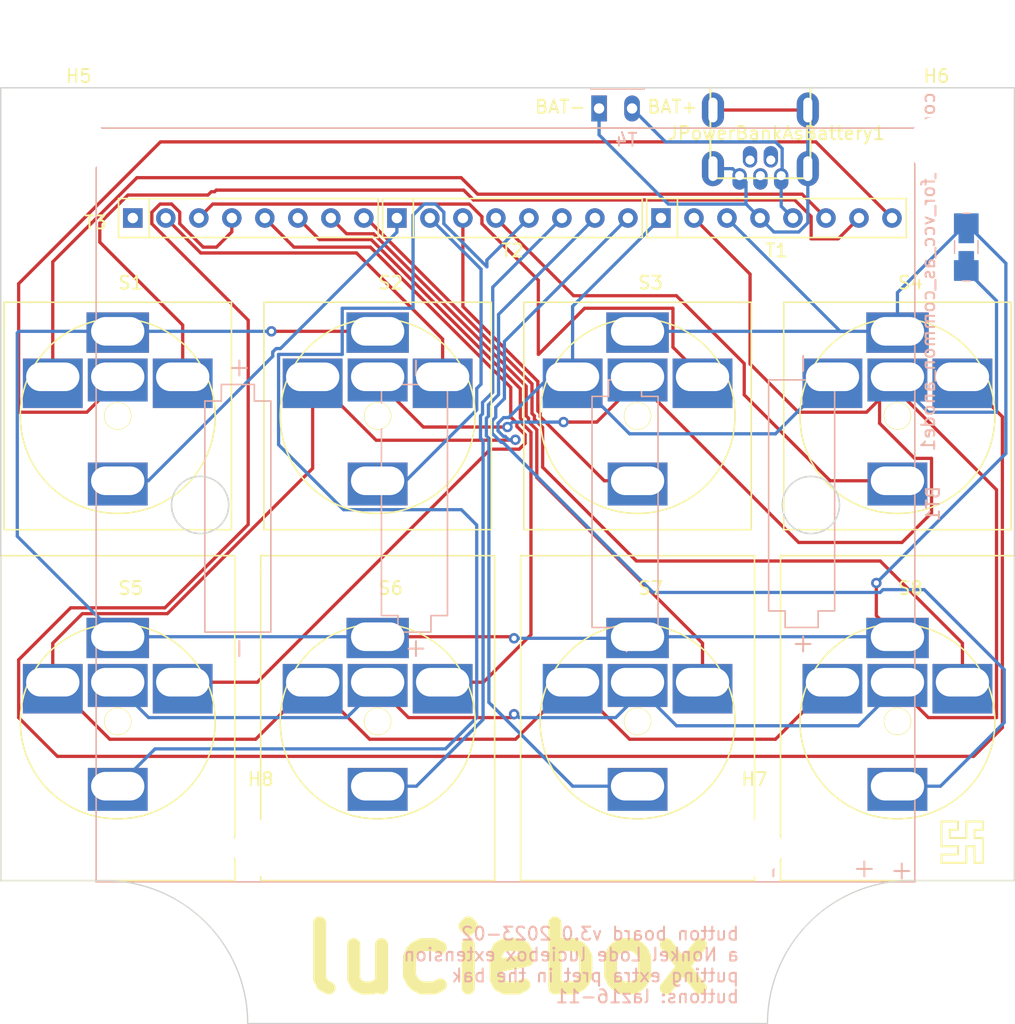
<source format=kicad_pcb>
(kicad_pcb (version 20211014) (generator pcbnew)
  (layers (0 "F.Cu" signal) (31 "B.Cu" signal) (34 "B.Paste" user) (35 "F.Paste" user) (36 "B.SilkS" user "B.Silkscreen") (37 "F.SilkS" user "F.Silkscreen") (38 "B.Mask" user) (39 "F.Mask" user) (44 "Edge.Cuts" user))
  (net 0 "")
  (net 1 "VCC")
  (net 2 "/common Anode")
  (net 3 "Net-(S1-Pad3)")
  (net 4 "Net-(S2-Pad3)")
  (net 5 "Net-(S3-Pad3)")
  (net 6 "Net-(S4-Pad3)")
  (net 7 "Net-(BT1-Pad1)")
  (net 8 "Net-(S5-Pad3)")
  (net 9 "Net-(S5-Pad5)")
  (net 10 "Net-(S6-Pad3)")
  (net 11 "Net-(S1-Pad2)")
  (net 12 "Net-(S7-Pad3)")
  (net 13 "Net-(S4-Pad5)")
  (net 14 "Net-(S8-Pad3)")
  (net 15 "Net-(S8-Pad5)")
  (net 16 "Net-(S6-Pad5)")
  (net 17 "Net-(S7-Pad5)")
  (net 18 "Net-(BT1-Pad2)")
  (net 19 "Net-(S1-Pad5)")
  (net 20 "Net-(S2-Pad5)")
  (net 21 "Net-(S3-Pad5)")
  (net 22 "GND")
  (net 24 "Net-(S1-Pad1)")
  (footprint "Luciebox_components:button_LAZ16-11_big_holes" (layer "F.Cu") (at 69 74.5)
    (fp_text reference "S8" (at 1 -8) (layer "F.SilkS"))
    (fp_text value "button_laz16-11")
    (pad "" np_thru_hole circle (at 0 2.25) (size 2 2) (drill 2) (layers *.Cu *.Mask))
    (pad "1" thru_hole rect (at 0 -0.762) (size 4.6 3.3) (drill oval 4.1 2.2 (offset 0 0.25)) (layers *.Cu *.Mask) (net 1 "VCC"))
    (pad "2" thru_hole rect (at -5 -0.762) (size 4.6 3.8) (drill oval 4.1 2.2 (offset 0 0.5)) (layers *.Cu *.Mask) (net 22 "GND"))
    (pad "3" thru_hole rect (at 5 -0.762) (size 4.6 3.8) (drill oval 4.1 2.2 (offset 0 0.5)) (layers *.Cu *.Mask) (net 14 "Net-(S8-Pad3)"))
    (pad "4" thru_hole rect (at 0 -4.262) (size 4.8 3.1) (drill oval 4.1 2.2 (offset 0 0.1)) (layers *.Cu *.Mask) (net 2 "/common Anode"))
    (pad "5" thru_hole rect (at 0 7.238) (size 4.6 3.3) (drill oval 4.1 2.2 (offset 0 0.25)) (layers *.Cu *.Mask) (net 15 "Net-(S8-Pad5)"))
  )
  (footprint "Luciebox_components:MountingHole_4.3mm_M4" (layer "F.Cu") (at 72 32.4)
    (fp_text reference "H6" (at 0 -5.3) (layer "F.SilkS"))
    (fp_text value "MountingHole")
    (pad "" np_thru_hole circle locked (at 0 0) (size 4.3 4.3) (drill 4.3) (layers *.Cu *.Mask) (clearance 2))
  )
  (footprint "Luciebox_components:button_square_17.5x17.5mm_big_holes" (layer "F.Cu") (at 9 51)
    (fp_text reference "S1" (at 1 -8) (layer "F.SilkS"))
    (fp_text value "button_laz16-11")
    (pad "" np_thru_hole circle (at 0 2.25) (size 2 2) (drill 2) (layers *.Cu *.Mask))
    (pad "1" thru_hole rect (at 0 -0.762) (size 4.6 3.3) (drill oval 4.1 2.2 (offset 0 0.25)) (layers *.Cu *.Mask) (net 24 "Net-(S1-Pad1)"))
    (pad "2" thru_hole rect (at -5 -0.762) (size 4.6 3.8) (drill oval 4.1 2.2 (offset 0 0.5)) (layers *.Cu *.Mask) (net 11 "Net-(S1-Pad2)"))
    (pad "3" thru_hole rect (at 5 -0.762) (size 4.6 3.8) (drill oval 4.1 2.2 (offset 0 0.5)) (layers *.Cu *.Mask) (net 3 "Net-(S1-Pad3)"))
    (pad "4" thru_hole rect (at 0 -4.262) (size 4.8 3.1) (drill oval 4.1 2.2 (offset 0 0.1)) (layers *.Cu *.Mask) (net 2 "/common Anode"))
    (pad "5" thru_hole rect (at 0 7.238) (size 4.6 3.3) (drill oval 4.1 2.2 (offset 0 0.25)) (layers *.Cu *.Mask) (net 19 "Net-(S1-Pad5)"))
  )
  (footprint "Luciebox_components:MountingHole_4.3mm_M4" (layer "F.Cu") (at 6 32.4)
    (fp_text reference "H5" (at 0 -5.3) (layer "F.SilkS"))
    (fp_text value "MountingHole")
    (pad "" np_thru_hole circle locked (at 0 0) (size 4.3 4.3) (drill 4.3) (layers *.Cu *.Mask) (clearance 2))
  )
  (footprint "Luciebox_components:button_square_17.5x17.5mm_big_holes" (layer "F.Cu") (at 69 51)
    (fp_text reference "S4" (at 1 -8) (layer "F.SilkS"))
    (fp_text value "button_laz16-11")
    (pad "" np_thru_hole circle (at 0 2.25) (size 2 2) (drill 2) (layers *.Cu *.Mask))
    (pad "1" thru_hole rect (at 0 -0.762) (size 4.6 3.3) (drill oval 4.1 2.2 (offset 0 0.25)) (layers *.Cu *.Mask) (net 1 "VCC"))
    (pad "2" thru_hole rect (at -5 -0.762) (size 4.6 3.8) (drill oval 4.1 2.2 (offset 0 0.5)) (layers *.Cu *.Mask) (net 22 "GND"))
    (pad "3" thru_hole rect (at 5 -0.762) (size 4.6 3.8) (drill oval 4.1 2.2 (offset 0 0.5)) (layers *.Cu *.Mask) (net 6 "Net-(S4-Pad3)"))
    (pad "4" thru_hole rect (at 0 -4.262) (size 4.8 3.1) (drill oval 4.1 2.2 (offset 0 0.1)) (layers *.Cu *.Mask) (net 2 "/common Anode"))
    (pad "5" thru_hole rect (at 0 7.238) (size 4.6 3.3) (drill oval 4.1 2.2 (offset 0 0.25)) (layers *.Cu *.Mask) (net 13 "Net-(S4-Pad5)"))
  )
  (footprint "Luciebox_components:usb_mini_Molex-0548190519" (layer "F.Cu") (at 58.453 27.961 -90)
    (fp_text reference "JPowerBankAsBattery1")
    (fp_text value "USB_B_Mini")
    (fp_text user "${REFERENCE}" (at 3.535 -1.237) (layer "F.SilkS"))
    (pad "1" thru_hole oval locked (at 6.8 1.6 270) (size 1.65 1.1) (drill oval 0.7 (offset 0.25 0)) (layers *.Cu "B.Mask") (net 18 "Net-(BT1-Pad2)"))
    (pad "2" thru_hole oval locked (at 5.6 0.8 90) (size 1.65 1.1) (drill oval 0.7 (offset 0.25 0)) (layers *.Cu "B.Mask"))
    (pad "3" thru_hole oval locked (at 6.8 0 270) (size 1.65 1.1) (drill oval 0.7 (offset 0.25 0)) (layers *.Cu "B.Mask"))
    (pad "4" thru_hole oval locked (at 5.6 -0.8 90) (size 1.65 1.1) (drill oval 0.7 (offset 0.25 0)) (layers *.Cu "B.Mask"))
    (pad "5" thru_hole oval locked (at 6.8 -1.6 270) (size 1.65 1.1) (drill oval 0.7 (offset 0.25 0)) (layers *.Cu "B.Mask") (net 7 "Net-(BT1-Pad1)"))
    (pad "6" thru_hole oval locked (at 6.26072 -3.65 270) (size 2.7 1.7) (drill oval 1.9 0.7) (layers *.Cu *.Mask) (net 18 "Net-(BT1-Pad2)"))
    (pad "6" thru_hole oval locked (at 1.75 3.65 270) (size 2.7 1.7) (drill oval 1.9 0.7) (layers *.Cu *.Mask) (net 18 "Net-(BT1-Pad2)"))
    (pad "6" thru_hole oval locked (at 6.26072 3.65 270) (size 2.7 1.7) (drill oval 1.9 0.7) (layers *.Cu *.Mask) (net 18 "Net-(BT1-Pad2)"))
    (pad "6" thru_hole oval locked (at 1.75 -3.65 270) (size 2.7 1.7) (drill oval 1.9 0.7) (layers *.Cu *.Mask) (net 18 "Net-(BT1-Pad2)"))
  )
  (footprint "Luciebox_components:MountingHole_4.3mm_M4" (layer "F.Cu") (at 20 86.5)
    (fp_text reference "H8" (at 0 -5.3) (layer "F.SilkS"))
    (fp_text value "MountingHole")
    (pad "" np_thru_hole circle locked (at 0 0) (size 4.3 4.3) (drill 4.3) (layers *.Cu *.Mask) (clearance 2))
  )
  (footprint "Luciebox_components:button_LAZ16-11_big_holes" (layer "F.Cu") (at 49 74.5)
    (fp_text reference "S7" (at 1 -8) (layer "F.SilkS"))
    (fp_text value "button_laz16-11")
    (pad "" np_thru_hole circle (at 0 2.25) (size 2 2) (drill 2) (layers *.Cu *.Mask))
    (pad "1" thru_hole rect (at 0 -0.762) (size 4.6 3.3) (drill oval 4.1 2.2 (offset 0 0.25)) (layers *.Cu *.Mask) (net 1 "VCC"))
    (pad "2" thru_hole rect (at -5 -0.762) (size 4.6 3.8) (drill oval 4.1 2.2 (offset 0 0.5)) (layers *.Cu *.Mask) (net 22 "GND"))
    (pad "3" thru_hole rect (at 5 -0.762) (size 4.6 3.8) (drill oval 4.1 2.2 (offset 0 0.5)) (layers *.Cu *.Mask) (net 12 "Net-(S7-Pad3)"))
    (pad "4" thru_hole rect (at 0 -4.262) (size 4.8 3.1) (drill oval 4.1 2.2 (offset 0 0.1)) (layers *.Cu *.Mask) (net 2 "/common Anode"))
    (pad "5" thru_hole rect (at 0 7.238) (size 4.6 3.3) (drill oval 4.1 2.2 (offset 0 0.25)) (layers *.Cu *.Mask) (net 17 "Net-(S7-Pad5)"))
  )
  (footprint "Luciebox_components:Terminal_8x1_100mil" (layer "F.Cu") (at 39.37 38.02)
    (fp_text reference "T2" (at 0 2.5) (layer "F.SilkS"))
    (fp_text value "terminal_8x1")
    (pad "1" thru_hole rect locked (at -8.89 0) (size 1.5 1.5) (drill 0.8) (layers *.Cu *.Mask) (net 19 "Net-(S1-Pad5)"))
    (pad "2" thru_hole circle locked (at -6.35 0) (size 1.5 1.5) (drill 0.8) (layers *.Cu *.Mask) (net 20 "Net-(S2-Pad5)"))
    (pad "3" thru_hole circle locked (at -3.81 0) (size 1.5 1.5) (drill 0.8) (layers *.Cu *.Mask) (net 21 "Net-(S3-Pad5)"))
    (pad "4" thru_hole circle locked (at -1.27 0) (size 1.5 1.5) (drill 0.8) (layers *.Cu *.Mask) (net 13 "Net-(S4-Pad5)"))
    (pad "5" thru_hole circle locked (at 1.27 0) (size 1.5 1.5) (drill 0.8) (layers *.Cu *.Mask) (net 9 "Net-(S5-Pad5)"))
    (pad "6" thru_hole circle locked (at 3.81 0) (size 1.5 1.5) (drill 0.8) (layers *.Cu *.Mask) (net 16 "Net-(S6-Pad5)"))
    (pad "7" thru_hole circle locked (at 6.35 0) (size 1.5 1.5) (drill 0.8) (layers *.Cu *.Mask) (net 17 "Net-(S7-Pad5)"))
    (pad "8" thru_hole circle locked (at 8.89 0) (size 1.5 1.5) (drill 0.8) (layers *.Cu *.Mask) (net 15 "Net-(S8-Pad5)"))
  )
  (footprint "Luciebox_components:Terminal_8x1_100mil" (layer "F.Cu") (at 59.69 38.02)
    (fp_text reference "T1" (at 0 2.5) (layer "F.SilkS"))
    (fp_text value "terminal_8x1")
    (pad "1" thru_hole rect locked (at -8.89 0) (size 1.5 1.5) (drill 0.8) (layers *.Cu *.Mask) (net 22 "GND"))
    (pad "2" thru_hole circle locked (at -6.35 0) (size 1.5 1.5) (drill 0.8) (layers *.Cu *.Mask) (net 1 "VCC"))
    (pad "3" thru_hole circle locked (at -3.81 0) (size 1.5 1.5) (drill 0.8) (layers *.Cu *.Mask) (net 2 "/common Anode"))
    (pad "4" thru_hole circle locked (at -1.27 0) (size 1.5 1.5) (drill 0.8) (layers *.Cu *.Mask) (net 18 "Net-(BT1-Pad2)"))
    (pad "5" thru_hole circle locked (at 1.27 0) (size 1.5 1.5) (drill 0.8) (layers *.Cu *.Mask) (net 7 "Net-(BT1-Pad1)"))
    (pad "6" thru_hole circle locked (at 3.81 0) (size 1.5 1.5) (drill 0.8) (layers *.Cu *.Mask) (net 11 "Net-(S1-Pad2)"))
    (pad "7" thru_hole circle locked (at 6.35 0) (size 1.5 1.5) (drill 0.8) (layers *.Cu *.Mask) (net 3 "Net-(S1-Pad3)"))
    (pad "8" thru_hole circle locked (at 8.89 0) (size 1.5 1.5) (drill 0.8) (layers *.Cu *.Mask) (net 24 "Net-(S1-Pad1)"))
  )
  (footprint "Luciebox_components:button_LAZ16-11_big_holes" (layer "F.Cu") (at 9 74.5)
    (fp_text reference "S5" (at 1 -8) (layer "F.SilkS"))
    (fp_text value "button_laz16-11")
    (pad "" np_thru_hole circle (at 0 2.25) (size 2 2) (drill 2) (layers *.Cu *.Mask))
    (pad "1" thru_hole rect (at 0 -0.762) (size 4.6 3.3) (drill oval 4.1 2.2 (offset 0 0.25)) (layers *.Cu *.Mask) (net 1 "VCC"))
    (pad "2" thru_hole rect (at -5 -0.762) (size 4.6 3.8) (drill oval 4.1 2.2 (offset 0 0.5)) (layers *.Cu *.Mask) (net 22 "GND"))
    (pad "3" thru_hole rect (at 5 -0.762) (size 4.6 3.8) (drill oval 4.1 2.2 (offset 0 0.5)) (layers *.Cu *.Mask) (net 8 "Net-(S5-Pad3)"))
    (pad "4" thru_hole rect (at 0 -4.262) (size 4.8 3.1) (drill oval 4.1 2.2 (offset 0 0.1)) (layers *.Cu *.Mask) (net 2 "/common Anode"))
    (pad "5" thru_hole rect (at 0 7.238) (size 4.6 3.3) (drill oval 4.1 2.2 (offset 0 0.25)) (layers *.Cu *.Mask) (net 9 "Net-(S5-Pad5)"))
  )
  (footprint "Luciebox_components:button_square_17.5x17.5mm_big_holes" (layer "F.Cu") (at 29 51)
    (fp_text reference "S2" (at 1 -8) (layer "F.SilkS"))
    (fp_text value "button_laz16-11")
    (pad "" np_thru_hole circle (at 0 2.25) (size 2 2) (drill 2) (layers *.Cu *.Mask))
    (pad "1" thru_hole rect (at 0 -0.762) (size 4.6 3.3) (drill oval 4.1 2.2 (offset 0 0.25)) (layers *.Cu *.Mask) (net 1 "VCC"))
    (pad "2" thru_hole rect (at -5 -0.762) (size 4.6 3.8) (drill oval 4.1 2.2 (offset 0 0.5)) (layers *.Cu *.Mask) (net 22 "GND"))
    (pad "3" thru_hole rect (at 5 -0.762) (size 4.6 3.8) (drill oval 4.1 2.2 (offset 0 0.5)) (layers *.Cu *.Mask) (net 4 "Net-(S2-Pad3)"))
    (pad "4" thru_hole rect (at 0 -4.262) (size 4.8 3.1) (drill oval 4.1 2.2 (offset 0 0.1)) (layers *.Cu *.Mask) (net 2 "/common Anode"))
    (pad "5" thru_hole rect (at 0 7.238) (size 4.6 3.3) (drill oval 4.1 2.2 (offset 0 0.25)) (layers *.Cu *.Mask) (net 20 "Net-(S2-Pad5)"))
  )
  (footprint "Luciebox_components:button_LAZ16-11_big_holes" (layer "F.Cu") (at 29 74.5)
    (fp_text reference "S6" (at 1 -8) (layer "F.SilkS"))
    (fp_text value "button_laz16-11")
    (pad "" np_thru_hole circle (at 0 2.25) (size 2 2) (drill 2) (layers *.Cu *.Mask))
    (pad "1" thru_hole rect (at 0 -0.762) (size 4.6 3.3) (drill oval 4.1 2.2 (offset 0 0.25)) (layers *.Cu *.Mask) (net 1 "VCC"))
    (pad "2" thru_hole rect (at -5 -0.762) (size 4.6 3.8) (drill oval 4.1 2.2 (offset 0 0.5)) (layers *.Cu *.Mask) (net 22 "GND"))
    (pad "3" thru_hole rect (at 5 -0.762) (size 4.6 3.8) (drill oval 4.1 2.2 (offset 0 0.5)) (layers *.Cu *.Mask) (net 10 "Net-(S6-Pad3)"))
    (pad "4" thru_hole rect (at 0 -4.262) (size 4.8 3.1) (drill oval 4.1 2.2 (offset 0 0.1)) (layers *.Cu *.Mask) (net 2 "/common Anode"))
    (pad "5" thru_hole rect (at 0 7.238) (size 4.6 3.3) (drill oval 4.1 2.2 (offset 0 0.25)) (layers *.Cu *.Mask) (net 16 "Net-(S6-Pad5)"))
  )
  (footprint "Luciebox_components:Terminal_8x1_100mil" (layer "F.Cu") (at 19.05 38.02)
    (fp_text reference "T3" (at -11.7477 0.345) (layer "F.SilkS"))
    (fp_text value "terminal_8x1")
    (pad "1" thru_hole rect locked (at -8.89 0) (size 1.5 1.5) (drill 0.8) (layers *.Cu *.Mask))
    (pad "2" thru_hole circle locked (at -6.35 0) (size 1.5 1.5) (drill 0.8) (layers *.Cu *.Mask) (net 4 "Net-(S2-Pad3)"))
    (pad "3" thru_hole circle locked (at -3.81 0) (size 1.5 1.5) (drill 0.8) (layers *.Cu *.Mask) (net 5 "Net-(S3-Pad3)"))
    (pad "4" thru_hole circle locked (at -1.27 0) (size 1.5 1.5) (drill 0.8) (layers *.Cu *.Mask) (net 6 "Net-(S4-Pad3)"))
    (pad "5" thru_hole circle locked (at 1.27 0) (size 1.5 1.5) (drill 0.8) (layers *.Cu *.Mask) (net 8 "Net-(S5-Pad3)"))
    (pad "6" thru_hole circle locked (at 3.81 0) (size 1.5 1.5) (drill 0.8) (layers *.Cu *.Mask) (net 10 "Net-(S6-Pad3)"))
    (pad "7" thru_hole circle locked (at 6.35 0) (size 1.5 1.5) (drill 0.8) (layers *.Cu *.Mask) (net 12 "Net-(S7-Pad3)"))
    (pad "8" thru_hole circle locked (at 8.89 0) (size 1.5 1.5) (drill 0.8) (layers *.Cu *.Mask) (net 14 "Net-(S8-Pad3)"))
  )
  (footprint "Luciebox_components:button_square_17.5x17.5mm_big_holes" (layer "F.Cu") (at 49 51)
    (fp_text reference "S3" (at 1 -8) (layer "F.SilkS"))
    (fp_text value "button_laz16-11")
    (pad "" np_thru_hole circle (at 0 2.25) (size 2 2) (drill 2) (layers *.Cu *.Mask))
    (pad "1" thru_hole rect (at 0 -0.762) (size 4.6 3.3) (drill oval 4.1 2.2 (offset 0 0.25)) (layers *.Cu *.Mask) (net 1 "VCC"))
    (pad "2" thru_hole rect (at -5 -0.762) (size 4.6 3.8) (drill oval 4.1 2.2 (offset 0 0.5)) (layers *.Cu *.Mask) (net 22 "GND"))
    (pad "3" thru_hole rect (at 5 -0.762) (size 4.6 3.8) (drill oval 4.1 2.2 (offset 0 0.5)) (layers *.Cu *.Mask) (net 5 "Net-(S3-Pad3)"))
    (pad "4" thru_hole rect (at 0 -4.262) (size 4.8 3.1) (drill oval 4.1 2.2 (offset 0 0.1)) (layers *.Cu *.Mask) (net 2 "/common Anode"))
    (pad "5" thru_hole rect (at 0 7.238) (size 4.6 3.3) (drill oval 4.1 2.2 (offset 0 0.25)) (layers *.Cu *.Mask) (net 21 "Net-(S3-Pad5)"))
  )
  (footprint "Luciebox_components:MountingHole_4.3mm_M4" (layer "F.Cu") (at 58 86.5)
    (fp_text reference "H7" (at 0 -5.3) (layer "F.SilkS"))
    (fp_text value "MountingHole")
    (pad "" np_thru_hole circle locked (at 0 0) (size 4.3 4.3) (drill 4.3) (layers *.Cu *.Mask) (clearance 2))
  )
  (footprint "Luciebox_components:BatteryHolder_4xAA" (layer "B.Cu") (at 70.3375 89.1 90)
    (fp_text reference "BT1" (at 29.1 1.4 90) (layer "B.SilkS") (effects (justify mirror)))
    (fp_text value "4xAA_Battery_holder")
    (fp_text user "+" (at 18.305 -8.71 90) (layer "B.SilkS") (effects (font (size 1.5 1.5)) (justify mirror)))
    (fp_text user "+" (at 17.95 -38.505 90) (layer "B.SilkS") (effects (font (size 1.5 1.5)) (justify mirror)))
    (fp_text user "-" (at 39.54 -38.505 90) (layer "B.SilkS") (effects (font (size 1.5 1.5)) (justify mirror)))
    (fp_text user "+" (at 39.54 -52.095 90) (layer "B.SilkS") (effects (font (size 1.5 1.5)) (justify mirror)))
    (fp_text user "+" (at 0.835 -1.1225 90) (layer "B.SilkS") (effects (font (size 1.5 1.5)) (justify mirror)))
    (fp_text user "+" (at 1 -4 90) (layer "B.SilkS") (effects (font (size 1.5 1.5)) (justify mirror)))
    (fp_text user "-" (at 18.305 -22.3 90) (layer "B.SilkS") (effects (font (size 1.5 1.5)) (justify mirror)))
    (fp_text user "-" (at 1 -11 90) (layer "B.SilkS") (effects (font (size 1.5 1.5)) (justify mirror)))
    (fp_text user "-" (at 17.95 -52.095 90) (layer "B.SilkS") (effects (font (size 1.5 1.5)) (justify mirror)))
    (fp_text user "-" (at 39.895 -8.71 90) (layer "B.SilkS") (effects (font (size 1.5 1.5)) (justify mirror)))
    (fp_circle (center 29 -55) (end 31.2 -55) (layer "Edge.Cuts") (width 0.12) (fill none))
    (fp_circle (center 29 -8) (end 31.2 -8) (layer "Edge.Cuts") (width 0.12) (fill none))
  )
  (footprint "Luciebox_components:1206_0805" (layer "B.Cu") (at 74.295 40.259 90)
    (fp_text reference "connect_for_vcc_as_common_anode1" (at -1.905 -2.921 90) (layer "B.SilkS") (effects (justify mirror)))
    (fp_text value "R_Small")
    (pad "1" smd custom locked (at -1.8 0 90) (size 1.5 1.8) (layers "B.Cu" "B.Paste" "B.Mask") (net 1 "VCC") (options (clearance outline) (anchor rect)) (primitives (gr_poly (pts (xy 0.75 -0.55) (xy 1.45 -0.55) (xy 1.45 0.55) (xy 0.75 0.55) (xy 0.75 0.9) (xy -0.75 0.9) (xy -0.75 -0.9) (xy 0.75 -0.9)) (width 0.1) (fill yes))))
    (pad "2" smd custom locked (at 1.8 0 90) (size 1.5 1.8) (layers "B.Cu" "B.Paste" "B.Mask") (net 2 "/common Anode") (options (clearance outline) (anchor rect)) (primitives (gr_poly (pts (xy 0.75 0.9) (xy -0.75 0.9) (xy -0.75 0.55) (xy -1.45 0.55) (xy -1.45 -0.55) (xy -0.75 -0.55) (xy -0.75 -0.9) (xy 0.75 -0.9)) (width 0.1) (fill yes))))
  )
  (footprint "Luciebox_components:Terminal_2x1_100mil" (layer "B.Cu") (at 48.5786 29.591)
    (fp_text reference "T4" (at -0.4456 2.413) (layer "B.SilkS") (effects (justify mirror)))
    (fp_text value "terminal_2x1")
    (pad "1" thru_hole rect (at -2.54 0) (size 1.2 2) (drill 0.8) (layers *.Cu *.Mask) (net 18 "Net-(BT1-Pad2)"))
    (pad "2" thru_hole oval (at 0 0) (size 1.2 2) (drill 0.8) (layers *.Cu *.Mask) (net 7 "Net-(BT1-Pad1)"))
  )
  (gr_line (start 72.39 86.36) (end 72.39 84.455) (layer "F.SilkS") (width 0.15))
  (gr_line (start 74.93 87.63) (end 74.93 86.36) (layer "F.SilkS") (width 0.15))
  (gr_line (start 75.565 85.09) (end 74.93 85.09) (layer "F.SilkS") (width 0.15))
  (gr_line (start 75.565 87.63) (end 74.93 87.63) (layer "F.SilkS") (width 0.15))
  (gr_line (start 74.93 86.36) (end 74.295 86.36) (layer "F.SilkS") (width 0.15))
  (gr_line (start 74.93 85.725) (end 75.565 85.725) (layer "F.SilkS") (width 0.15))
  (gr_line (start 72.39 87.63) (end 72.39 86.995) (layer "F.SilkS") (width 0.15))
  (gr_line (start 73.025 85.725) (end 74.295 85.725) (layer "F.SilkS") (width 0.15))
  (gr_line (start 72.39 86.995) (end 73.66 86.995) (layer "F.SilkS") (width 0.15))
  (gr_line (start 72.39 84.455) (end 73.66 84.455) (layer "F.SilkS") (width 0.15))
  (gr_line (start 74.295 84.455) (end 75.565 84.455) (layer "F.SilkS") (width 0.15))
  (gr_line (start 74.295 86.36) (end 74.295 87.63) (layer "F.SilkS") (width 0.15))
  (gr_line (start 73.66 84.455) (end 73.66 85.09) (layer "F.SilkS") (width 0.15))
  (gr_line (start 75.565 84.455) (end 75.565 85.09) (layer "F.SilkS") (width 0.15))
  (gr_line (start 74.295 85.725) (end 74.295 84.455) (layer "F.SilkS") (width 0.15))
  (gr_line (start 73.66 86.36) (end 72.39 86.36) (layer "F.SilkS") (width 0.15))
  (gr_line (start 73.025 85.09) (end 73.025 85.725) (layer "F.SilkS") (width 0.15))
  (gr_line (start 75.565 85.725) (end 75.565 87.63) (layer "F.SilkS") (width 0.15))
  (gr_line (start 74.295 87.63) (end 72.39 87.63) (layer "F.SilkS") (width 0.15))
  (gr_line (start 73.66 85.09) (end 73.025 85.09) (layer "F.SilkS") (width 0.15))
  (gr_line (start 73.66 86.995) (end 73.66 86.36) (layer "F.SilkS") (width 0.15))
  (gr_line (start 74.93 85.09) (end 74.93 85.725) (layer "F.SilkS") (width 0.15))
  (gr_line (start 78 28) (end 78 89) (layer "Edge.Cuts") (width 0.1))
  (gr_arc (start 8 89) (mid 15.778175 92.221825) (end 19 100) (layer "Edge.Cuts") (width 0.1))
  (gr_arc (start 59.000001 100) (mid 62.221826 92.221825) (end 70.000001 89) (layer "Edge.Cuts") (width 0.1))
  (gr_line (start 0 89) (end 0 28) (layer "Edge.Cuts") (width 0.1))
  (gr_line (start 78 89) (end 70 89) (layer "Edge.Cuts") (width 0.1))
  (gr_line (start 19 100) (end 59 100) (layer "Edge.Cuts") (width 0.1))
  (gr_line (start 8 89) (end 0 89) (layer "Edge.Cuts") (width 0.1))
  (gr_line (start 0 28) (end 78 28) (layer "Edge.Cuts") (width 0.1))
  (gr_text "button board v3.0 2023-02\na Nonkel Lode luciebox extension\nputting extra pret in the bak\nbuttons: laz16-11" (at 56.896 95.504) (layer "B.SilkS") (effects (font (size 1 1)) (justify left mirror)))
  (gr_text "BAT+" (at 51.689 29.464) (layer "F.SilkS") (effects (font (size 1 1))))
  (gr_text "BAT-" (at 43.053 29.464) (layer "F.SilkS") (effects (font (size 1 1))))
  (gr_text "box" (at 48 95) (layer "F.SilkS") (effects (font (size 5 5) (thickness 1))))
  (gr_text "lucie" (at 32.4 95) (layer "F.SilkS") (effects (font (size 5 5) (thickness 1))))
  (segment (start 71.624511 60.709489) (end 69.35086 62.98314) (width 0.25) (layer "F.Cu") (net 1))
  (segment (start 67.625479 51.612521) (end 67.625479 53.819346) (width 0.25) (layer "F.Cu") (net 1))
  (segment (start 61.396118 62.98314) (end 49 50.587022) (width 0.25) (layer "F.Cu") (net 1))
  (segment (start 29 74.087022) (end 29 73.738) (width 0.25) (layer "F.Cu") (net 1))
  (segment (start 69 50.238) (end 69 50.587022) (width 0.25) (layer "F.Cu") (net 1))
  (segment (start 39.497 76.2) (end 39.234489 76.462511) (width 0.25) (layer "F.Cu") (net 1))
  (segment (start 31.375489 76.462511) (end 29 74.087022) (width 0.25) (layer "F.Cu") (net 1))
  (segment (start 69 50.587022) (end 66.624511 52.962511) (width 0.25) (layer "F.Cu") (net 1))
  (segment (start 29 50.587022) (end 29 50.238) (width 0.25) (layer "F.Cu") (net 1))
  (segment (start 76.624511 76.462511) (end 76.624511 58.930644) (width 0.25) (layer "F.Cu") (net 1))
  (segment (start 32.514978 54.102) (end 29 50.587022) (width 0.25) (layer "F.Cu") (net 1))
  (segment (start 47.625479 51.961543) (end 45.866022 53.721) (width 0.25) (layer "F.Cu") (net 1))
  (segment (start 45.866022 53.721) (end 43.815 53.721) (width 0.25) (layer "F.Cu") (net 1))
  (segment (start 57.658 42.338) (end 53.34 38.02) (width 0.25) (layer "F.Cu") (net 1))
  (segment (start 47.625479 51.612521) (end 47.625479 51.961543) (width 0.25) (layer "F.Cu") (net 1))
  (segment (start 69 74.087022) (end 71.375489 76.462511) (width 0.25) (layer "F.Cu") (net 1))
  (segment (start 69 50.238) (end 67.625479 51.612521) (width 0.25) (layer "F.Cu") (net 1))
  (segment (start 49 50.587022) (end 49 50.238) (width 0.25) (layer "F.Cu") (net 1))
  (segment (start 67.625479 53.819346) (end 70.319622 56.513489) (width 0.25) (layer "F.Cu") (net 1))
  (segment (start 70.319622 56.513489) (end 71.624511 56.513489) (width 0.25) (layer "F.Cu") (net 1))
  (segment (start 71.375489 76.462511) (end 76.624511 76.462511) (width 0.25) (layer "F.Cu") (net 1))
  (segment (start 69.35086 62.98314) (end 61.396118 62.98314) (width 0.25) (layer "F.Cu") (net 1))
  (segment (start 66.624511 52.962511) (end 61.375489 52.962511) (width 0.25) (layer "F.Cu") (net 1))
  (segment (start 43.815 53.721) (end 43.307 53.721) (width 0.25) (layer "F.Cu") (net 1))
  (segment (start 38.989 54.102) (end 32.514978 54.102) (width 0.25) (layer "F.Cu") (net 1))
  (segment (start 71.624511 56.513489) (end 71.624511 60.709489) (width 0.25) (layer "F.Cu") (net 1))
  (segment (start 49 50.238) (end 47.625479 51.612521) (width 0.25) (layer "F.Cu") (net 1))
  (segment (start 76.624511 58.930644) (end 69 51.306133) (width 0.25) (layer "F.Cu") (net 1))
  (segment (start 61.375489 52.962511) (end 57.658 49.245022) (width 0.25) (layer "F.Cu") (net 1))
  (segment (start 57.658 49.245022) (end 57.658 42.338) (width 0.25) (layer "F.Cu") (net 1))
  (segment (start 69 51.306133) (end 69 50.238) (width 0.25) (layer "F.Cu") (net 1))
  (segment (start 69 73.738) (end 69 74.087022) (width 0.25) (layer "F.Cu") (net 1))
  (segment (start 39.234489 76.462511) (end 31.375489 76.462511) (width 0.25) (layer "F.Cu") (net 1))
  (via (at 38.989 54.102) (size 0.8) (drill 0.4) (layers "F.Cu" "B.Cu") (net 1))
  (via (at 43.307 53.721) (size 0.8) (drill 0.4) (layers "F.Cu" "B.Cu") (net 1))
  (via (at 39.497 76.2) (size 0.8) (drill 0.4) (layers "F.Cu" "B.Cu") (net 1))
  (segment (start 39.886511 76.462511) (end 39.624 76.2) (width 0.25) (layer "B.Cu") (net 1))
  (segment (start 69 74.087022) (end 69 73.738) (width 0.25) (layer "B.Cu") (net 1))
  (segment (start 74.295 42.059) (end 76.624511 44.388511) (width 0.25) (layer "B.Cu") (net 1))
  (segment (start 39.624 76.2) (end 39.497 76.2) (width 0.25) (layer "B.Cu") (net 1))
  (segment (start 52.001978 77.089) (end 65.998022 77.089) (width 0.25) (layer "B.Cu") (net 1))
  (segment (start 26.624511 76.462511) (end 29 74.087022) (width 0.25) (layer "B.Cu") (net 1))
  (segment (start 49 74.781) (end 47.318489 76.462511) (width 0.25) (layer "B.Cu") (net 1))
  (segment (start 65.998022 77.089) (end 69 74.087022) (width 0.25) (layer "B.Cu") (net 1))
  (segment (start 47.318489 76.462511) (end 39.886511 76.462511) (width 0.25) (layer "B.Cu") (net 1))
  (segment (start 76.624511 44.388511) (end 76.624511 52.962511) (width 0.25) (layer "B.Cu") (net 1))
  (segment (start 29 74.087022) (end 29 73.738) (width 0.25) (layer "B.Cu") (net 1))
  (segment (start 49 74.087022) (end 52.001978 77.089) (width 0.25) (layer "B.Cu") (net 1))
  (segment (start 43.307 53.721) (end 39.37 53.721) (width 0.25) (layer "B.Cu") (net 1))
  (segment (start 11.375489 76.462511) (end 26.624511 76.462511) (width 0.25) (layer "B.Cu") (net 1))
  (segment (start 69 50.587022) (end 69 50.238) (width 0.25) (layer "B.Cu") (net 1))
  (segment (start 49 73.738) (end 49 74.781) (width 0.25) (layer "B.Cu") (net 1))
  (segment (start 9 74.087022) (end 11.375489 76.462511) (width 0.25) (layer "B.Cu") (net 1))
  (segment (start 39.37 53.721) (end 38.989 54.102) (width 0.25) (layer "B.Cu") (net 1))
  (segment (start 9 73.738) (end 9 74.087022) (width 0.25) (layer "B.Cu") (net 1))
  (segment (start 71.375489 52.962511) (end 69 50.587022) (width 0.25) (layer "B.Cu") (net 1))
  (segment (start 49 73.738) (end 49 74.087022) (width 0.25) (layer "B.Cu") (net 1))
  (segment (start 76.624511 52.962511) (end 71.375489 52.962511) (width 0.25) (layer "B.Cu") (net 1))
  (segment (start 20.826 46.738) (end 29 46.738) (width 0.25) (layer "F.Cu") (net 2))
  (segment (start 39.25 70.238) (end 39.37 70.358) (width 0.25) (layer "F.Cu") (net 2))
  (segment (start 39.37 70.358) (end 39.497 70.358) (width 0.25) (layer "F.Cu") (net 2))
  (segment (start 29 70.238) (end 39.25 70.238) (width 0.25) (layer "F.Cu") (net 2))
  (segment (start 67.3735 68.6115) (end 69 70.238) (width 0.25) (layer "F.Cu") (net 2))
  (segment (start 67.3735 66.1035) (end 67.3735 68.6115) (width 0.25) (layer "F.Cu") (net 2))
  (via (at 39.497 70.358) (size 0.8) (drill 0.4) (layers "F.Cu" "B.Cu") (net 2))
  (via (at 67.3735 66.1035) (size 0.8) (drill 0.4) (layers "F.Cu" "B.Cu") (net 2))
  (via (at 20.826 46.738) (size 0.8) (drill 0.4) (layers "F.Cu" "B.Cu") (net 2))
  (segment (start 64.899 46.738) (end 49 46.738) (width 0.25) (layer "B.Cu") (net 2))
  (segment (start 9 70.238) (end 1.27 62.508) (width 0.25) (layer "B.Cu") (net 2))
  (segment (start 55.88 38.02) (end 64.598 46.738) (width 0.25) (layer "B.Cu") (net 2))
  (segment (start 69 70.238) (end 49 70.238) (width 0.25) (layer "B.Cu") (net 2))
  (segment (start 74.295 38.459) (end 77.343 41.507) (width 0.25) (layer "B.Cu") (net 2))
  (segment (start 67.31 66.167) (end 67.3735 66.1035) (width 0.25) (layer "B.Cu") (net 2))
  (segment (start 69 46.738) (end 69 43.754) (width 0.25) (layer "B.Cu") (net 2))
  (segment (start 69 43.754) (end 74.295 38.459) (width 0.25) (layer "B.Cu") (net 2))
  (segment (start 77.343 53.848) (end 77.343 56.134) (width 0.25) (layer "B.Cu") (net 2))
  (segment (start 77.343 56.134) (end 67.3735 66.1035) (width 0.25) (layer "B.Cu") (net 2))
  (segment (start 77.343 41.507) (end 77.343 53.848) (width 0.25) (layer "B.Cu") (net 2))
  (segment (start 64.598 46.738) (end 64.899 46.738) (width 0.25) (layer "B.Cu") (net 2))
  (segment (start 1.27 62.508) (end 1.27 46.863) (width 0.25) (layer "B.Cu") (net 2))
  (segment (start 1.27 46.863) (end 1.395 46.738) (width 0.25) (layer "B.Cu") (net 2))
  (segment (start 64.899 46.738) (end 69 46.738) (width 0.25) (layer "B.Cu") (net 2))
  (segment (start 39.497 70.358) (end 48.88 70.358) (width 0.25) (layer "B.Cu") (net 2))
  (segment (start 9 46.738) (end 20.826 46.738) (width 0.25) (layer "B.Cu") (net 2))
  (segment (start 20.828 46.736) (end 20.826 46.738) (width 0.25) (layer "B.Cu") (net 2))
  (segment (start 48.88 70.358) (end 49 70.238) (width 0.25) (layer "B.Cu") (net 2))
  (segment (start 1.395 46.738) (end 9 46.738) (width 0.25) (layer "B.Cu") (net 2))
  (segment (start 29 70.238) (end 9 70.238) (width 0.25) (layer "B.Cu") (net 2))
  (segment (start 36.381194 36.63449) (end 35.619193 35.872489) (width 0.25) (layer "F.Cu") (net 3))
  (segment (start 62.357 39.624) (end 62.357 37.897411) (width 0.25) (layer "F.Cu") (net 3))
  (segment (start 16.450807 35.999489) (end 16.196807 35.999489) (width 0.25) (layer "F.Cu") (net 3))
  (segment (start 16.196807 35.999489) (end 15.942807 36.253489) (width 0.25) (layer "F.Cu") (net 3))
  (segment (start 7.62 38.410978) (end 7.62 39.878) (width 0.25) (layer "F.Cu") (net 3))
  (segment (start 35.619193 35.872489) (end 16.577807 35.872489) (width 0.25) (layer "F.Cu") (net 3))
  (segment (start 16.577807 35.872489) (end 16.450807 35.999489) (width 0.25) (layer "F.Cu") (net 3))
  (segment (start 62.357 37.897411) (end 61.094079 36.63449) (width 0.25) (layer "F.Cu") (net 3))
  (segment (start 9.777489 36.253489) (end 7.62 38.410978) (width 0.25) (layer "F.Cu") (net 3))
  (segment (start 61.094079 36.63449) (end 36.381194 36.63449) (width 0.25) (layer "F.Cu") (net 3))
  (segment (start 14 46.258) (end 14 50.238) (width 0.25) (layer "F.Cu") (net 3))
  (segment (start 64.436 39.624) (end 62.357 39.624) (width 0.25) (layer "F.Cu") (net 3))
  (segment (start 7.62 39.878) (end 14 46.258) (width 0.25) (layer "F.Cu") (net 3))
  (segment (start 66.04 38.02) (end 64.436 39.624) (width 0.25) (layer "F.Cu") (net 3))
  (segment (start 15.942807 36.253489) (end 9.777489 36.253489) (width 0.25) (layer "F.Cu") (net 3))
  (segment (start 15.388511 40.708511) (end 12.7 38.02) (width 0.25) (layer "F.Cu") (net 4))
  (segment (start 34 50.238) (end 34 47.335704) (width 0.25) (layer "F.Cu") (net 4))
  (segment (start 27.372807 40.708511) (end 15.388511 40.708511) (width 0.25) (layer "F.Cu") (net 4))
  (segment (start 34 47.335704) (end 27.372807 40.708511) (width 0.25) (layer "F.Cu") (net 4))
  (segment (start 37.025489 38.465078) (end 37.025489 37.914489) (width 0.25) (layer "F.Cu") (net 5))
  (segment (start 41.363553 42.803142) (end 37.025489 38.465078) (width 0.25) (layer "F.Cu") (net 5))
  (segment (start 37.025489 37.914489) (end 36.056489 36.945489) (width 0.25) (layer "F.Cu") (net 5))
  (segment (start 44.925489 44.963489) (end 41.375489 48.513489) (width 0.25) (layer "F.Cu") (net 5))
  (segment (start 41.363553 48.501553) (end 41.363553 42.803142) (width 0.25) (layer "F.Cu") (net 5))
  (segment (start 51.724511 44.963489) (end 44.925489 44.963489) (width 0.25) (layer "F.Cu") (net 5))
  (segment (start 41.375489 48.513489) (end 41.363553 48.501553) (width 0.25) (layer "F.Cu") (net 5))
  (segment (start 51.724511 44.963489) (end 51.724511 47.962511) (width 0.25) (layer "F.Cu") (net 5))
  (segment (start 16.314511 36.945489) (end 15.24 38.02) (width 0.25) (layer "F.Cu") (net 5))
  (segment (start 51.724511 47.962511) (end 54 50.238) (width 0.25) (layer "F.Cu") (net 5))
  (segment (start 36.056489 36.945489) (end 16.314511 36.945489) (width 0.25) (layer "F.Cu") (net 5))
  (segment (start 17.78 39.08066) (end 17.78 38.02) (width 0.25) (layer "F.Cu") (net 6))
  (segment (start 16.601669 40.258991) (end 17.78 39.08066) (width 0.25) (layer "F.Cu") (net 6))
  (segment (start 19.039802 45.879391) (end 11.625489 38.465078) (width 0.25) (layer "F.Cu") (net 6))
  (segment (start 15.574709 40.258991) (end 16.601669 40.258991) (width 0.25) (layer "F.Cu") (net 6))
  (segment (start 74.862184 79.44352) (end 4.356498 79.44352) (width 0.25) (layer "F.Cu") (net 6))
  (segment (start 1.375489 76.462511) (end 1.375489 72.013489) (width 0.25) (layer "F.Cu") (net 6))
  (segment (start 77.074022 77.231682) (end 74.862184 79.44352) (width 0.25) (layer "F.Cu") (net 6))
  (segment (start 13.145078 36.945489) (end 13.774511 37.574922) (width 0.25) (layer "F.Cu") (net 6))
  (segment (start 13.774511 37.574922) (end 13.774511 38.458793) (width 0.25) (layer "F.Cu") (net 6))
  (segment (start 4.356498 79.44352) (end 1.375489 76.462511) (width 0.25) (layer "F.Cu") (net 6))
  (segment (start 74 50.238) (end 77.074022 53.312022) (width 0.25) (layer "F.Cu") (net 6))
  (segment (start 77.074022 53.312022) (end 77.074022 77.231682) (width 0.25) (layer "F.Cu") (net 6))
  (segment (start 19.039802 61.604494) (end 19.039802 45.879391) (width 0.25) (layer "F.Cu") (net 6))
  (segment (start 5.375 68.013978) (end 12.630318 68.013978) (width 0.25) (layer "F.Cu") (net 6))
  (segment (start 12.254922 36.945489) (end 13.145078 36.945489) (width 0.25) (layer "F.Cu") (net 6))
  (segment (start 11.625489 38.465078) (end 11.625489 37.574922) (width 0.25) (layer "F.Cu") (net 6))
  (segment (start 1.375489 72.013489) (end 5.375 68.013978) (width 0.25) (layer "F.Cu") (net 6))
  (segment (start 11.625489 37.574922) (end 12.254922 36.945489) (width 0.25) (layer "F.Cu") (net 6))
  (segment (start 13.774511 38.458793) (end 15.574709 40.258991) (width 0.25) (layer "F.Cu") (net 6))
  (segment (start 12.630318 68.013978) (end 19.039802 61.604494) (width 0.25) (layer "F.Cu") (net 6))
  (segment (start 60.053 37.113) (end 60.96 38.02) (width 0.25) (layer "B.Cu") (net 7))
  (segment (start 59.615238 32.16148) (end 60.12752 32.673762) (width 0.25) (layer "B.Cu") (net 7))
  (segment (start 60.12752 32.673762) (end 60.12752 34.68648) (width 0.25) (layer "B.Cu") (net 7))
  (segment (start 60.12752 34.68648) (end 60.053 34.761) (width 0.25) (layer "B.Cu") (net 7))
  (segment (start 48.5786 29.591) (end 51.14908 32.16148) (width 0.25) (layer "B.Cu") (net 7))
  (segment (start 51.14908 32.16148) (end 59.615238 32.16148) (width 0.25) (layer "B.Cu") (net 7))
  (segment (start 60.053 34.761) (end 60.053 37.113) (width 0.25) (layer "B.Cu") (net 7))
  (segment (start 19.7426 73.738) (end 37.67597 55.80463) (width 0.25) (layer "F.Cu") (net 8))
  (segment (start 28.448 40.259) (end 22.559 40.259) (width 0.25) (layer "F.Cu") (net 8))
  (segment (start 39.243 51.054) (end 28.448 40.259) (width 0.25) (layer "F.Cu") (net 8))
  (segment (start 39.289099 53.377499) (end 39.243 53.377499) (width 0.25) (layer "F.Cu") (net 8))
  (segment (start 39.713501 53.801901) (end 39.289099 53.377499) (width 0.25) (layer "F.Cu") (net 8))
  (segment (start 39.900895 55.80463) (end 40.348501 55.357024) (width 0.25) (layer "F.Cu") (net 8))
  (segment (start 22.559 40.259) (end 20.32 38.02) (width 0.25) (layer "F.Cu") (net 8))
  (segment (start 37.67597 55.80463) (end 39.900895 55.80463) (width 0.25) (layer "F.Cu") (net 8))
  (segment (start 39.713501 54.055901) (end 39.713501 53.801901) (width 0.25) (layer "F.Cu") (net 8))
  (segment (start 40.348501 55.357024) (end 40.348501 54.690901) (width 0.25) (layer "F.Cu") (net 8))
  (segment (start 40.348501 54.690901) (end 39.713501 54.055901) (width 0.25) (layer "F.Cu") (net 8))
  (segment (start 39.243 53.377499) (end 39.243 51.054) (width 0.25) (layer "F.Cu") (net 8))
  (segment (start 14 73.738) (end 19.7426 73.738) (width 0.25) (layer "F.Cu") (net 8))
  (segment (start 31.724511 44.963489) (end 26.275489 44.963489) (width 0.25) (layer "B.Cu") (net 9))
  (segment (start 40.64 38.02) (end 37.406511 41.253489) (width 0.25) (layer "B.Cu") (net 9))
  (segment (start 21.375489 48.513489) (end 21.375489 55.462511) (width 0.25) (layer "B.Cu") (net 9))
  (segment (start 37.406511 41.253489) (end 37.406511 41.770794) (width 0.25) (layer "B.Cu") (net 9))
  (segment (start 11.871 78.867) (end 9 81.738) (width 0.25) (layer "B.Cu") (net 9))
  (segment (start 26.275489 44.963489) (end 26.275489 48.513489) (width 0.25) (layer "B.Cu") (net 9))
  (segment (start 34.094511 38.458793) (end 34.094511 37.574922) (width 0.25) (layer "B.Cu") (net 9))
  (segment (start 21.375489 55.462511) (end 26.375489 60.462511) (width 0.25) (layer "B.Cu") (net 9))
  (segment (start 26.375489 60.462511) (end 35.442807 60.462511) (width 0.25) (layer "B.Cu") (net 9))
  (segment (start 36.624511 76.462511) (end 34.220022 78.867) (width 0.25) (layer "B.Cu") (net 9))
  (segment (start 31.724511 37.7959) (end 31.724511 44.963489) (width 0.25) (layer "B.Cu") (net 9))
  (segment (start 36.624511 61.644215) (end 36.624511 76.462511) (width 0.25) (layer "B.Cu") (net 9))
  (segment (start 32.574922 36.945489) (end 31.724511 37.7959) (width 0.25) (layer "B.Cu") (net 9))
  (segment (start 35.442807 60.462511) (end 36.624511 61.644215) (width 0.25) (layer "B.Cu") (net 9))
  (segment (start 34.220022 78.867) (end 11.871 78.867) (width 0.25) (layer "B.Cu") (net 9))
  (segment (start 26.275489 48.513489) (end 21.375489 48.513489) (width 0.25) (layer "B.Cu") (net 9))
  (segment (start 37.406511 41.770794) (end 34.094511 38.458793) (width 0.25) (layer "B.Cu") (net 9))
  (segment (start 33.465078 36.945489) (end 32.574922 36.945489) (width 0.25) (layer "B.Cu") (net 9))
  (segment (start 34.094511 37.574922) (end 33.465078 36.945489) (width 0.25) (layer "B.Cu") (net 9))
  (segment (start 39.978218 51.153514) (end 28.507193 39.682489) (width 0.25) (layer "F.Cu") (net 10))
  (segment (start 40.163011 53.615707) (end 39.978218 53.430914) (width 0.25) (layer "F.Cu") (net 10))
  (segment (start 39.978218 53.430914) (end 39.978218 51.153514) (width 0.25) (layer "F.Cu") (net 10))
  (segment (start 28.507193 39.682489) (end 24.522489 39.682489) (width 0.25) (layer "F.Cu") (net 10))
  (segment (start 40.163012 53.869708) (end 40.163011 53.615707) (width 0.25) (layer "F.Cu") (net 10))
  (segment (start 40.798011 54.504707) (end 40.163012 53.869708) (width 0.25) (layer "F.Cu") (net 10))
  (segment (start 24.522489 39.682489) (end 22.86 38.02) (width 0.25) (layer "F.Cu") (net 10))
  (segment (start 34 73.738) (end 37.1416 73.738) (width 0.25) (layer "F.Cu") (net 10))
  (segment (start 40.798011 70.081589) (end 40.798011 54.504707) (width 0.25) (layer "F.Cu") (net 10))
  (segment (start 37.1416 73.738) (end 40.798011 70.081589) (width 0.25) (layer "F.Cu") (net 10))
  (segment (start 4 41.395274) (end 10.480295 34.914979) (width 0.25) (layer "F.Cu") (net 11))
  (segment (start 61.66498 36.18498) (end 63.5 38.02) (width 0.25) (layer "F.Cu") (net 11))
  (segment (start 4 50.238) (end 4 41.395274) (width 0.25) (layer "F.Cu") (net 11))
  (segment (start 10.480295 34.914979) (end 35.424387 34.914979) (width 0.25) (layer "F.Cu") (net 11))
  (segment (start 36.694387 36.184979) (end 61.66498 36.18498) (width 0.25) (layer "F.Cu") (net 11))
  (segment (start 35.424387 34.914979) (end 36.694387 36.184979) (width 0.25) (layer "F.Cu") (net 11))
  (segment (start 28.693387 39.232979) (end 40.427729 50.967321) (width 0.25) (layer "F.Cu") (net 12))
  (segment (start 41.247522 54.318514) (end 41.247522 57.9865) (width 0.25) (layer "F.Cu") (net 12))
  (segment (start 40.427729 50.967321) (end 40.427729 53.244721) (width 0.25) (layer "F.Cu") (net 12))
  (segment (start 41.247522 57.9865) (end 54 70.738978) (width 0.25) (layer "F.Cu") (net 12))
  (segment (start 40.612522 53.683514) (end 41.247522 54.318514) (width 0.25) (layer "F.Cu") (net 12))
  (segment (start 40.612521 53.429512) (end 40.612522 53.683514) (width 0.25) (layer "F.Cu") (net 12))
  (segment (start 25.4 38.02) (end 26.612978 39.232978) (width 0.25) (layer "F.Cu") (net 12))
  (segment (start 26.612978 39.232978) (end 28.693387 39.232979) (width 0.25) (layer "F.Cu") (net 12))
  (segment (start 40.427729 53.244721) (end 40.612521 53.429512) (width 0.25) (layer "F.Cu") (net 12))
  (segment (start 54 70.738978) (end 54 73.738) (width 0.25) (layer "F.Cu") (net 12))
  (segment (start 44.080489 44.000489) (end 51.992171 44.000489) (width 0.25) (layer "F.Cu") (net 13))
  (segment (start 57.20849 49.216808) (end 57.20849 51.621194) (width 0.25) (layer "F.Cu") (net 13))
  (segment (start 57.20849 51.621194) (end 63.825296 58.238) (width 0.25) (layer "F.Cu") (net 13))
  (segment (start 51.992171 44.000489) (end 57.20849 49.216808) (width 0.25) (layer "F.Cu") (net 13))
  (segment (start 63.825296 58.238) (end 69 58.238) (width 0.25) (layer "F.Cu") (net 13))
  (segment (start 38.1 38.02) (end 44.080489 44.000489) (width 0.25) (layer "F.Cu") (net 13))
  (segment (start 48.91254 64.411029) (end 67.672051 64.411029) (width 0.25) (layer "F.Cu") (net 14))
  (segment (start 41.062031 53.243317) (end 41.062032 53.497316) (width 0.25) (layer "F.Cu") (net 14))
  (segment (start 74 70.738978) (end 74 73.738) (width 0.25) (layer "F.Cu") (net 14))
  (segment (start 41.062032 53.497316) (end 41.697032 54.132316) (width 0.25) (layer "F.Cu") (net 14))
  (segment (start 41.697032 57.195521) (end 48.91254 64.411029) (width 0.25) (layer "F.Cu") (net 14))
  (segment (start 67.672051 64.411029) (end 74 70.738978) (width 0.25) (layer "F.Cu") (net 14))
  (segment (start 28.116112 38.02) (end 40.87724 50.781128) (width 0.25) (layer "F.Cu") (net 14))
  (segment (start 27.94 38.02) (end 28.116112 38.02) (width 0.25) (layer "F.Cu") (net 14))
  (segment (start 41.697032 54.132316) (end 41.697032 57.195521) (width 0.25) (layer "F.Cu") (net 14))
  (segment (start 40.87724 53.058527) (end 41.062031 53.243317) (width 0.25) (layer "F.Cu") (net 14))
  (segment (start 40.87724 50.781128) (end 40.87724 53.058527) (width 0.25) (layer "F.Cu") (net 14))
  (segment (start 38.502707 55.276011) (end 37.814988 54.588292) (width 0.25) (layer "B.Cu") (net 15))
  (segment (start 77.216 72.771704) (end 71.060806 66.61651) (width 0.25) (layer "B.Cu") (net 15))
  (segment (start 38.755043 47.524957) (end 48.26 38.02) (width 0.25) (layer "B.Cu") (net 15))
  (segment (start 71.060806 66.61651) (end 67.88509 66.61651) (width 0.25) (layer "B.Cu") (net 15))
  (segment (start 37.814988 54.588292) (end 37.814989 53.615707) (width 0.25) (layer "B.Cu") (net 15))
  (segment (start 72.313 81.738) (end 77.216 76.835) (width 0.25) (layer "B.Cu") (net 15))
  (segment (start 38.755043 51.914357) (end 38.755043 47.524957) (width 0.25) (layer "B.Cu") (net 15))
  (segment (start 38.637604 55.276012) (end 38.502707 55.276011) (width 0.25) (layer "B.Cu") (net 15))
  (segment (start 50.189593 66.828001) (end 38.637604 55.276012) (width 0.25) (layer "B.Cu") (net 15))
  (segment (start 38.089979 53.340717) (end 38.089979 52.579421) (width 0.25) (layer "B.Cu") (net 15))
  (segment (start 67.673599 66.828001) (end 50.189593 66.828001) (width 0.25) (layer "B.Cu") (net 15))
  (segment (start 69 81.738) (end 72.313 81.738) (width 0.25) (layer "B.Cu") (net 15))
  (segment (start 37.814989 53.615707) (end 38.089979 53.340717) (width 0.25) (layer "B.Cu") (net 15))
  (segment (start 77.216 76.835) (end 77.216 72.771704) (width 0.25) (layer "B.Cu") (net 15))
  (segment (start 38.089979 52.579421) (end 38.755043 51.914357) (width 0.25) (layer "B.Cu") (net 15))
  (segment (start 67.88509 66.61651) (end 67.673599 66.828001) (width 0.25) (layer "B.Cu") (net 15))
  (segment (start 31.984726 81.738) (end 37.111479 76.611247) (width 0.25) (layer "B.Cu") (net 16))
  (segment (start 37.074023 52.208385) (end 37.856021 51.426387) (width 0.25) (layer "B.Cu") (net 16))
  (segment (start 37.856021 51.426387) (end 37.856021 43.343979) (width 0.25) (layer "B.Cu") (net 16))
  (segment (start 37.111479 55.156191) (end 36.915966 54.960677) (width 0.25) (layer "B.Cu") (net 16))
  (segment (start 29 81.738) (end 31.984726 81.738) (width 0.25) (layer "B.Cu") (net 16))
  (segment (start 37.856021 43.343979) (end 43.18 38.02) (width 0.25) (layer "B.Cu") (net 16))
  (segment (start 36.915966 54.960677) (end 36.915969 53.243319) (width 0.25) (layer "B.Cu") (net 16))
  (segment (start 36.915969 53.243319) (end 37.074021 53.085267) (width 0.25) (layer "B.Cu") (net 16))
  (segment (start 37.111479 76.611247) (end 37.111479 55.156191) (width 0.25) (layer "B.Cu") (net 16))
  (segment (start 37.074021 53.085267) (end 37.074023 52.208385) (width 0.25) (layer "B.Cu") (net 16))
  (segment (start 37.523533 52.394579) (end 38.305532 51.61258) (width 0.25) (layer "B.Cu") (net 17))
  (segment (start 44.0104 81.738) (end 37.560989 75.288589) (width 0.25) (layer "B.Cu") (net 17))
  (segment (start 37.560989 54.969997) (end 37.365479 54.774487) (width 0.25) (layer "B.Cu") (net 17))
  (segment (start 37.560989 75.288589) (end 37.560989 54.969997) (width 0.25) (layer "B.Cu") (net 17))
  (segment (start 38.305532 45.434468) (end 45.72 38.02) (width 0.25) (layer "B.Cu") (net 17))
  (segment (start 38.305532 51.61258) (end 38.305532 45.434468) (width 0.25) (layer "B.Cu") (net 17))
  (segment (start 37.365479 54.774487) (end 37.365479 53.429513) (width 0.25) (layer "B.Cu") (net 17))
  (segment (start 37.365479 53.429513) (end 37.523533 53.271459) (width 0.25) (layer "B.Cu") (net 17))
  (segment (start 49 81.738) (end 44.0104 81.738) (width 0.25) (layer "B.Cu") (net 17))
  (segment (start 37.523533 53.271459) (end 37.523533 52.394579) (width 0.25) (layer "B.Cu") (net 17))
  (segment (start 54.803 29.711) (end 62.103 29.711) (width 0.25) (layer "F.Cu") (net 18))
  (segment (start 46.0386 31.623) (end 51.361089 36.945489) (width 0.25) (layer "B.Cu") (net 18))
  (segment (start 62.103 34.22172) (end 62.103 29.711) (width 0.25) (layer "B.Cu") (net 18))
  (segment (start 62.103 38.396589) (end 61.405078 39.094511) (width 0.25) (layer "B.Cu") (net 18))
  (segment (start 56.31372 34.22172) (end 56.853 34.761) (width 0.25) (layer "B.Cu") (net 18))
  (segment (start 54.803 34.22172) (end 56.31372 34.22172) (width 0.25) (layer "B.Cu") (net 18))
  (segment (start 57.345489 36.945489) (end 58.42 38.02) (width 0.25) (layer "B.Cu") (net 18))
  (segment (start 59.494511 39.094511) (end 58.42 38.02) (width 0.25) (layer "B.Cu") (net 18))
  (segment (start 51.361089 36.945489) (end 57.345489 36.945489) (width 0.25) (layer "B.Cu") (net 18))
  (segment (start 57.345489 36.945489) (end 57.345489 35.253489) (width 0.25) (layer "B.Cu") (net 18))
  (segment (start 61.405078 39.094511) (end 59.494511 39.094511) (width 0.25) (layer "B.Cu") (net 18))
  (segment (start 46.0386 29.591) (end 46.0386 31.623) (width 0.25) (layer "B.Cu") (net 18))
  (segment (start 62.103 34.22172) (end 62.103 38.396589) (width 0.25) (layer "B.Cu") (net 18))
  (segment (start 57.345489 35.253489) (end 56.853 34.761) (width 0.25) (layer "B.Cu") (net 18))
  (segment (start 20.925978 48.661044) (end 11.349022 58.238) (width 0.25) (layer "B.Cu") (net 19))
  (segment (start 20.925978 48.327296) (end 20.925978 48.661044) (width 0.25) (layer "B.Cu") (net 19))
  (segment (start 21.189296 48.063978) (end 20.925978 48.327296) (width 0.25) (layer "B.Cu") (net 19))
  (segment (start 21.523044 48.063978) (end 21.189296 48.063978) (width 0.25) (layer "B.Cu") (net 19))
  (segment (start 30.48 38.02) (end 30.48 39.107022) (width 0.25) (layer "B.Cu") (net 19))
  (segment (start 30.48 39.107022) (end 21.523044 48.063978) (width 0.25) (layer "B.Cu") (net 19))
  (segment (start 11.349022 58.238) (end 9 58.238) (width 0.25) (layer "B.Cu") (net 19))
  (segment (start 36.624511 52.783489) (end 31.17 58.238) (width 0.25) (layer "B.Cu") (net 20))
  (segment (start 36.624511 51.132489) (end 36.624511 52.783489) (width 0.25) (layer "B.Cu") (net 20))
  (segment (start 33.02 38.02) (end 36.957 41.957) (width 0.25) (layer "B.Cu") (net 20))
  (segment (start 36.957 50.8) (end 36.624511 51.132489) (width 0.25) (layer "B.Cu") (net 20))
  (segment (start 31.17 58.238) (end 29 58.238) (width 0.25) (layer "B.Cu") (net 20))
  (segment (start 36.957 41.957) (end 36.957 50.8) (width 0.25) (layer "B.Cu") (net 20))
  (segment (start 41.32675 52.872332) (end 41.32675 50.594934) (width 0.25) (layer "F.Cu") (net 21))
  (segment (start 41.511542 53.311118) (end 41.511541 53.057122) (width 0.25) (layer "F.Cu") (net 21))
  (segment (start 49 58.238) (end 46.438424 58.238) (width 0.25) (layer "F.Cu") (net 21))
  (segment (start 35.56 44.828184) (end 35.56 38.02) (width 0.25) (layer "F.Cu") (net 21))
  (segment (start 41.32675 50.594934) (end 35.56 44.828184) (width 0.25) (layer "F.Cu") (net 21))
  (segment (start 41.511541 53.057122) (end 41.32675 52.872332) (width 0.25) (layer "F.Cu") (net 21))
  (segment (start 46.438424 58.238) (end 41.511542 53.311118) (width 0.25) (layer "F.Cu") (net 21))
  (segment (start 8.386521 78.124521) (end 4 73.738) (width 0.25) (layer "F.Cu") (net 22))
  (segment (start 48.386521 78.124521) (end 44 73.738) (width 0.25) (layer "F.Cu") (net 22))
  (segment (start 24 50.238) (end 28.88 55.118) (width 0.25) (layer "F.Cu") (net 22))
  (segment (start 4 70.738978) (end 4 73.738) (width 0.25) (layer "F.Cu") (net 22))
  (segment (start 24 73.738) (end 19.613479 78.124521) (width 0.25) (layer "F.Cu") (net 22))
  (segment (start 39.562925 55.118) (end 39.600796 55.080129) (width 0.25) (layer "F.Cu") (net 22))
  (segment (start 39.613479 78.124521) (end 28.386521 78.124521) (width 0.25) (layer "F.Cu") (net 22))
  (segment (start 28.88 55.118) (end 39.562925 55.118) (width 0.25) (layer "F.Cu") (net 22))
  (segment (start 12.816511 68.463489) (end 6.275489 68.463489) (width 0.25) (layer "F.Cu") (net 22))
  (segment (start 6.275489 68.463489) (end 4 70.738978) (width 0.25) (layer "F.Cu") (net 22))
  (segment (start 24 50.238) (end 24 57.28) (width 0.25) (layer "F.Cu") (net 22))
  (segment (start 24 57.28) (end 12.816511 68.463489) (width 0.25) (layer "F.Cu") (net 22))
  (segment (start 59.613479 78.124521) (end 48.386521 78.124521) (width 0.25) (layer "F.Cu") (net 22))
  (segment (start 64 73.738) (end 59.613479 78.124521) (width 0.25) (layer "F.Cu") (net 22))
  (segment (start 28.386521 78.124521) (end 24 73.738) (width 0.25) (layer "F.Cu") (net 22))
  (segment (start 44 73.738) (end 39.613479 78.124521) (width 0.25) (layer "F.Cu") (net 22))
  (segment (start 19.613479 78.124521) (end 8.386521 78.124521) (width 0.25) (layer "F.Cu") (net 22))
  (via (at 39.600796 55.080129) (size 0.8) (drill 0.4) (layers "F.Cu" "B.Cu") (net 22))
  (segment (start 59.613479 54.624521) (end 48.386521 54.624521) (width 0.25) (layer "B.Cu") (net 22))
  (segment (start 38.264499 53.801901) (end 38.264499 54.402099) (width 0.25) (layer "B.Cu") (net 22))
  (segment (start 38.688901 54.826501) (end 38.823797 54.826501) (width 0.25) (layer "B.Cu") (net 22))
  (segment (start 50.8 38.02) (end 44 44.82) (width 0.25) (layer "B.Cu") (net 22))
  (segment (start 39.077797 53.377499) (end 38.688901 53.377499) (width 0.25) (layer "B.Cu") (net 22))
  (segment (start 39.077425 55.080129) (end 39.600796 55.080129) (width 0.25) (layer "B.Cu") (net 22))
  (segment (start 44 50.238) (end 42.217296 50.238) (width 0.25) (layer "B.Cu") (net 22))
  (segment (start 64 50.238) (end 59.613479 54.624521) (width 0.25) (layer "B.Cu") (net 22))
  (segment (start 38.688901 53.377499) (end 38.264499 53.801901) (width 0.25) (layer "B.Cu") (net 22))
  (segment (start 38.823797 54.826501) (end 39.077425 55.080129) (width 0.25) (layer "B.Cu") (net 22))
  (segment (start 42.217296 50.238) (end 39.077797 53.377499) (width 0.25) (layer "B.Cu") (net 22))
  (segment (start 44 44.82) (end 44 50.238) (width 0.25) (layer "B.Cu") (net 22))
  (segment (start 48.386521 54.624521) (end 44 50.238) (width 0.25) (layer "B.Cu") (net 22))
  (segment (start 38.264499 54.402099) (end 38.688901 54.826501) (width 0.25) (layer "B.Cu") (net 22))
  (segment (start 62.72148 32.16148) (end 68.58 38.02) (width 0.25) (layer "F.Cu") (net 24))
  (segment (start 12.287816 32.16148) (end 1.375489 43.073807) (width 0.25) (layer "F.Cu") (net 24))
  (segment (start 6.624511 52.962511) (end 9 50.587022) (width 0.25) (layer "F.Cu") (net 24))
  (segment (start 9 50.587022) (end 9 50.238) (width 0.25) (layer "F.Cu") (net 24))
  (segment (start 12.287816 32.16148) (end 62.72148 32.16148) (width 0.25) (layer "F.Cu") (net 24))
  (segment (start 1.375489 52.962511) (end 6.624511 52.962511) (width 0.25) (layer "F.Cu") (net 24))
  (segment (start 1.375489 43.073807) (end 1.375489 52.962511) (width 0.25) (layer "F.Cu") (net 24))
)
</source>
